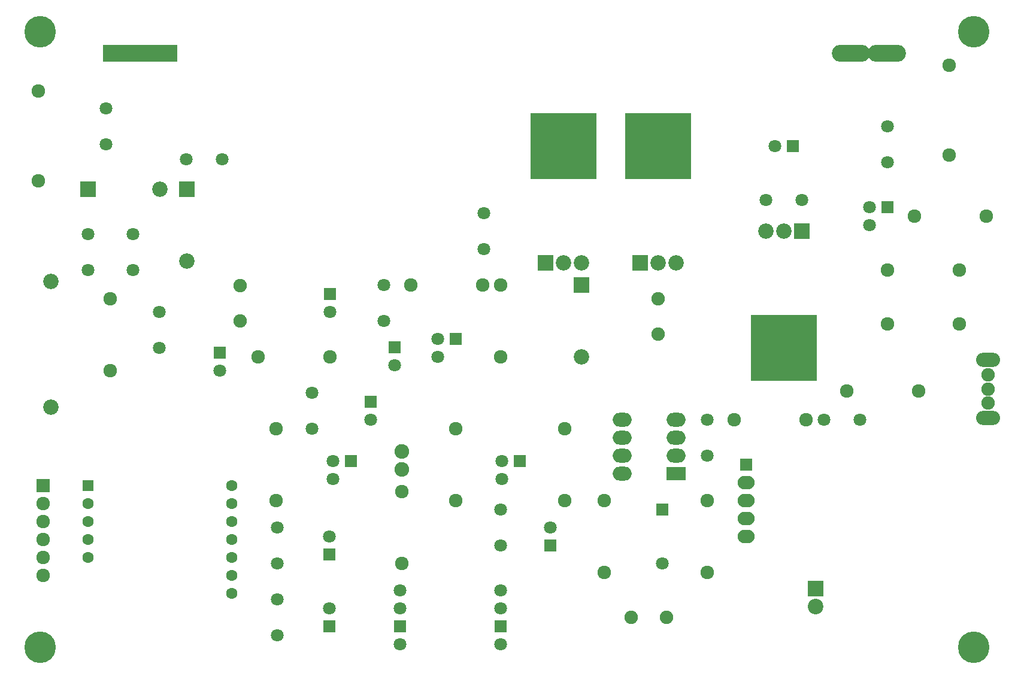
<source format=gbs>
G04 (created by PCBNEW (2013-07-07 BZR 4022)-stable) date 27/11/2016 22:58:01*
%MOIN*%
G04 Gerber Fmt 3.4, Leading zero omitted, Abs format*
%FSLAX34Y34*%
G01*
G70*
G90*
G04 APERTURE LIST*
%ADD10C,0.00590551*%
%ADD11R,0.070748X0.070748*%
%ADD12C,0.070748*%
%ADD13C,0.081748*%
%ADD14C,0.075748*%
%ADD15R,0.105748X0.077748*%
%ADD16O,0.105748X0.077748*%
%ADD17C,0.085748*%
%ADD18R,0.085748X0.085748*%
%ADD19C,0.0748031*%
%ADD20C,0.0708661*%
%ADD21R,0.0708661X0.0708661*%
%ADD22R,0.075748X0.075748*%
%ADD23R,0.0629921X0.0629921*%
%ADD24C,0.0629921*%
%ADD25O,0.0944882X0.0748031*%
%ADD26R,0.0866142X0.0866142*%
%ADD27C,0.0866142*%
%ADD28R,0.365748X0.365748*%
%ADD29O,0.133858X0.0787402*%
%ADD30R,0.212598X0.0944882*%
%ADD31O,0.212598X0.0944882*%
%ADD32C,0.175748*%
G04 APERTURE END LIST*
G54D10*
G54D11*
X53250Y-36000D03*
G54D12*
X52250Y-36000D03*
X52250Y-37000D03*
G54D11*
X47400Y-42800D03*
G54D12*
X46400Y-42800D03*
X46400Y-43800D03*
G54D11*
X77267Y-28673D03*
G54D12*
X76267Y-28673D03*
X76267Y-29673D03*
G54D13*
X50250Y-43250D03*
X50250Y-42250D03*
G54D14*
X46250Y-37000D03*
X42250Y-37000D03*
X55750Y-33000D03*
X55750Y-37000D03*
X54750Y-33000D03*
X50750Y-33000D03*
X82767Y-29173D03*
X78767Y-29173D03*
X34000Y-37750D03*
X34000Y-33750D03*
X30019Y-22204D03*
X30019Y-27204D03*
X50250Y-44500D03*
X50250Y-48500D03*
X72750Y-40500D03*
X68750Y-40500D03*
X75000Y-38900D03*
X79000Y-38900D03*
X53250Y-41000D03*
X53250Y-45000D03*
X43250Y-41000D03*
X43250Y-45000D03*
X81267Y-32173D03*
X77267Y-32173D03*
X77267Y-35173D03*
X81267Y-35173D03*
G54D12*
X67250Y-42500D03*
X67250Y-40500D03*
G54D11*
X64750Y-45500D03*
G54D12*
X64750Y-48500D03*
G54D15*
X65500Y-43500D03*
G54D16*
X65500Y-42500D03*
X65500Y-41500D03*
X65500Y-40500D03*
X62500Y-40500D03*
X62500Y-41500D03*
X62500Y-42500D03*
X62500Y-43500D03*
G54D14*
X59330Y-40992D03*
X59330Y-44992D03*
X61500Y-49000D03*
X61500Y-45000D03*
X67250Y-49000D03*
X67250Y-45000D03*
G54D12*
X43300Y-46500D03*
X43300Y-48500D03*
X43307Y-50496D03*
X43307Y-52496D03*
X70500Y-28250D03*
X72500Y-28250D03*
X77267Y-26173D03*
X77267Y-24173D03*
X33767Y-23173D03*
X33767Y-25173D03*
X38250Y-26000D03*
X40250Y-26000D03*
X36750Y-36500D03*
X36750Y-34500D03*
X73750Y-40500D03*
X75750Y-40500D03*
X35267Y-30173D03*
X35267Y-32173D03*
X45250Y-41000D03*
X45250Y-39000D03*
X55750Y-45500D03*
X55750Y-47500D03*
X49250Y-35000D03*
X49250Y-33000D03*
G54D17*
X60250Y-37000D03*
G54D18*
X60250Y-33000D03*
G54D17*
X38267Y-31673D03*
G54D18*
X38267Y-27673D03*
G54D17*
X36767Y-27673D03*
G54D18*
X32767Y-27673D03*
G54D19*
X41250Y-33015D03*
X41250Y-34984D03*
X64500Y-33765D03*
X64500Y-35734D03*
G54D20*
X55748Y-50996D03*
X55748Y-49996D03*
G54D21*
X55748Y-51996D03*
G54D20*
X55748Y-52996D03*
X50157Y-50996D03*
X50157Y-49996D03*
G54D21*
X50157Y-51996D03*
G54D20*
X50157Y-52996D03*
G54D22*
X30267Y-44173D03*
G54D14*
X30267Y-45173D03*
X30267Y-46173D03*
X30267Y-47173D03*
X30267Y-48173D03*
X30267Y-49173D03*
G54D19*
X64984Y-51500D03*
X63015Y-51500D03*
G54D23*
X32767Y-44173D03*
G54D24*
X32767Y-45173D03*
X32767Y-46173D03*
X32767Y-47173D03*
X32767Y-48173D03*
X40767Y-50173D03*
X40767Y-49173D03*
X40767Y-48173D03*
X40767Y-47173D03*
X40767Y-46173D03*
X40767Y-45173D03*
X40767Y-44173D03*
G54D25*
X69409Y-45000D03*
X69409Y-46000D03*
X69409Y-47000D03*
X69409Y-44000D03*
G54D21*
X69409Y-43000D03*
G54D26*
X73287Y-49893D03*
G54D27*
X73287Y-50893D03*
G54D17*
X30700Y-39800D03*
X30700Y-32800D03*
X65500Y-31750D03*
G54D18*
X63500Y-31750D03*
G54D17*
X64500Y-31750D03*
G54D28*
X64500Y-25250D03*
G54D17*
X60250Y-31750D03*
G54D18*
X58250Y-31750D03*
G54D17*
X59250Y-31750D03*
G54D28*
X59250Y-25250D03*
G54D17*
X70500Y-30000D03*
G54D18*
X72500Y-30000D03*
G54D17*
X71500Y-30000D03*
G54D28*
X71500Y-36500D03*
G54D19*
X82874Y-39566D03*
X82874Y-38779D03*
X82874Y-37992D03*
G54D29*
X82874Y-40393D03*
X82874Y-37165D03*
G54D11*
X56799Y-42807D03*
G54D12*
X55799Y-42807D03*
X55799Y-43807D03*
G54D14*
X80700Y-25750D03*
X80700Y-20750D03*
G54D12*
X54800Y-29000D03*
X54800Y-31000D03*
X32767Y-32173D03*
X32767Y-30173D03*
G54D30*
X34670Y-20100D03*
X36670Y-20100D03*
G54D31*
X75233Y-20100D03*
X77233Y-20100D03*
G54D11*
X49850Y-36450D03*
G54D12*
X49850Y-37450D03*
G54D11*
X46250Y-33500D03*
G54D12*
X46250Y-34500D03*
G54D11*
X40100Y-36750D03*
G54D12*
X40100Y-37750D03*
G54D11*
X48503Y-39500D03*
G54D12*
X48503Y-40500D03*
G54D11*
X46200Y-48000D03*
G54D12*
X46200Y-47000D03*
G54D11*
X46200Y-52000D03*
G54D12*
X46200Y-51000D03*
G54D11*
X58503Y-47507D03*
G54D12*
X58503Y-46507D03*
G54D11*
X72000Y-25250D03*
G54D12*
X71000Y-25250D03*
G54D32*
X82086Y-18897D03*
X30118Y-18897D03*
X82086Y-53149D03*
X30118Y-53149D03*
M02*

</source>
